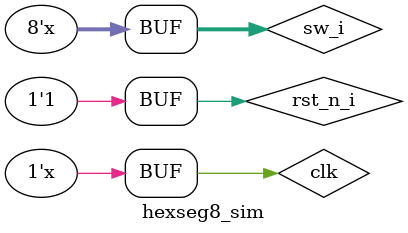
<source format=v>
`timescale 1ns / 1ps


module hexseg8_sim(

    );
    reg clk=0;
    reg rst_n_i = 0;
    reg [7:0] sw_i = 'b00000000;
    wire [6:0] led_o_l;
    wire [6:0] led_o_r;
    wire [7:0] en;
    wire dot;
    hexseg8 uut_hexseg3_1(
    .rst_n_i (rst_n_i),
    .clk_i  (clk),
    .sw_i   (sw_i),
    .led_o_l  (led_o_l),
    .led_o_r  (led_o_r),
    .en     (en),
    .dot    (dot)
    );
    always #1 clk=~clk;
    always #10000000 sw_i = sw_i + 1;
    initial begin
    #1 rst_n_i <= 1;
    end
    
endmodule

</source>
